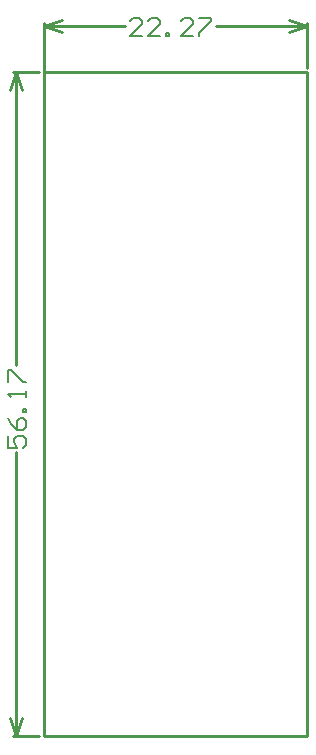
<source format=gko>
G04 Layer_Color=16711935*
%FSLAX24Y24*%
%MOIN*%
G70*
G01*
G75*
%ADD57C,0.0060*%
%ADD99C,0.0100*%
D57*
X-1175Y9998D02*
Y9598D01*
X-875D01*
X-975Y9798D01*
Y9898D01*
X-875Y9998D01*
X-675D01*
X-575Y9898D01*
Y9698D01*
X-675Y9598D01*
X-1175Y10598D02*
X-1075Y10398D01*
X-875Y10198D01*
X-675D01*
X-575Y10298D01*
Y10498D01*
X-675Y10598D01*
X-775D01*
X-875Y10498D01*
Y10198D01*
X-575Y10798D02*
X-675D01*
Y10898D01*
X-575D01*
Y10798D01*
Y11298D02*
Y11497D01*
Y11398D01*
X-1175D01*
X-1075Y11298D01*
X-1175Y11797D02*
Y12197D01*
X-1075D01*
X-675Y11797D01*
X-575D01*
X3275Y23305D02*
X2875D01*
X3275Y23705D01*
Y23805D01*
X3175Y23905D01*
X2975D01*
X2875Y23805D01*
X3875Y23305D02*
X3475D01*
X3875Y23705D01*
Y23805D01*
X3775Y23905D01*
X3575D01*
X3475Y23805D01*
X4075Y23305D02*
Y23405D01*
X4175D01*
Y23305D01*
X4075D01*
X4975D02*
X4575D01*
X4975Y23705D01*
Y23805D01*
X4875Y23905D01*
X4675D01*
X4575Y23805D01*
X5175Y23905D02*
X5574D01*
Y23805D01*
X5175Y23405D01*
Y23305D01*
D99*
X0Y0D02*
Y22115D01*
Y0D02*
X8770D01*
X-1035Y22115D02*
X-150D01*
X-1035Y0D02*
X-150D01*
X-935Y12357D02*
Y22115D01*
Y0D02*
Y9438D01*
X-1135Y21515D02*
X-935Y22115D01*
X-735Y21515D01*
X-935Y0D02*
X-735Y600D01*
X-1135D02*
X-935Y0D01*
X8770Y22265D02*
Y23765D01*
X0Y22165D02*
Y23765D01*
X5734Y23665D02*
X8770D01*
X0D02*
X2715D01*
X8170Y23865D02*
X8770Y23665D01*
X8170Y23465D02*
X8770Y23665D01*
X0D02*
X600Y23465D01*
X0Y23665D02*
X600Y23865D01*
X8770Y0D02*
Y22115D01*
X0D02*
X8770D01*
M02*

</source>
